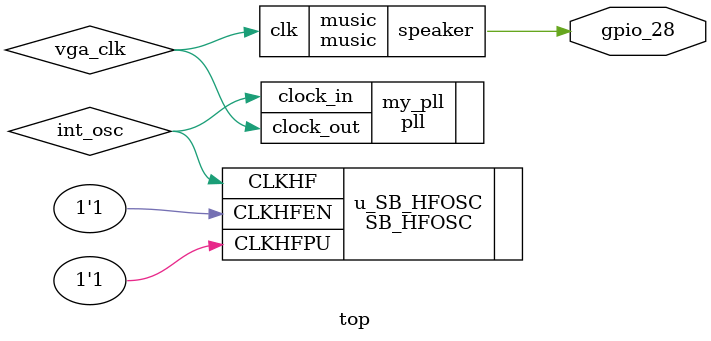
<source format=v>
module music(
    input clk,
    output speaker
);
	reg [23:0] tone;
	always @(posedge clk) tone <= tone+1;

	wire [6:0] ramp = (tone[23] ? tone[22:16] : ~tone[22:16]);
	wire [14:0] clkdivider = {2'b01, ramp, 6'b000000};

	reg [18:0] counter;
	always @(posedge clk) if(counter==0) counter <= clkdivider; else counter <= counter-1;

	reg speaker;
	always @(posedge clk) if(counter==0) speaker <= ~speaker;

endmodule

module top (
	output wire gpio_28
);

	wire        int_osc;
	wire vga_clk;
	reg  [27:0] frequency_counter_i;

	// internal oscillator
	SB_HFOSC u_SB_HFOSC (.CLKHFPU(1'b1), .CLKHFEN(1'b1), .CLKHF(int_osc));

	pll my_pll(.clock_in(int_osc), .clock_out(vga_clk));


	music music(vga_clk, gpio_28);

	always @(posedge int_osc) begin
		frequency_counter_i <= frequency_counter_i + 1'b1;
	end

endmodule

</source>
